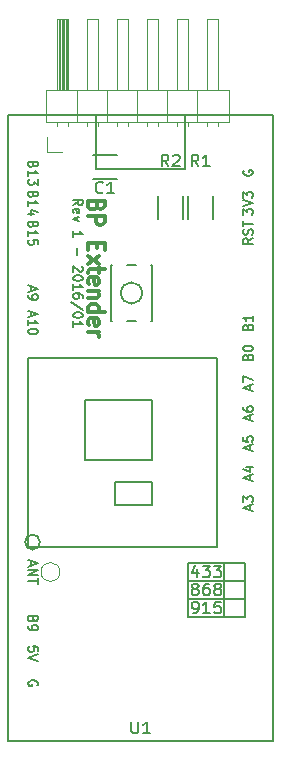
<source format=gto>
G04 #@! TF.FileFunction,Legend,Top*
%FSLAX46Y46*%
G04 Gerber Fmt 4.6, Leading zero omitted, Abs format (unit mm)*
G04 Created by KiCad (PCBNEW 4.0.4-stable) date Monday, 09. January 2017 'u29' 17:29:47*
%MOMM*%
%LPD*%
G01*
G04 APERTURE LIST*
%ADD10C,0.200000*%
%ADD11C,0.150000*%
%ADD12C,0.300000*%
%ADD13C,0.120000*%
G04 APERTURE END LIST*
D10*
D11*
X139757143Y-88449238D02*
X139719048Y-88563524D01*
X139680952Y-88601619D01*
X139604762Y-88639714D01*
X139490476Y-88639714D01*
X139414286Y-88601619D01*
X139376190Y-88563524D01*
X139338095Y-88487333D01*
X139338095Y-88182571D01*
X140138095Y-88182571D01*
X140138095Y-88449238D01*
X140100000Y-88525428D01*
X140061905Y-88563524D01*
X139985714Y-88601619D01*
X139909524Y-88601619D01*
X139833333Y-88563524D01*
X139795238Y-88525428D01*
X139757143Y-88449238D01*
X139757143Y-88182571D01*
X139338095Y-89401619D02*
X139338095Y-88944476D01*
X139338095Y-89173047D02*
X140138095Y-89173047D01*
X140023810Y-89096857D01*
X139947619Y-89020666D01*
X139909524Y-88944476D01*
X140138095Y-90125429D02*
X140138095Y-89744476D01*
X139757143Y-89706381D01*
X139795238Y-89744476D01*
X139833333Y-89820667D01*
X139833333Y-90011143D01*
X139795238Y-90087333D01*
X139757143Y-90125429D01*
X139680952Y-90163524D01*
X139490476Y-90163524D01*
X139414286Y-90125429D01*
X139376190Y-90087333D01*
X139338095Y-90011143D01*
X139338095Y-89820667D01*
X139376190Y-89744476D01*
X139414286Y-89706381D01*
X140100000Y-127463524D02*
X140138095Y-127387333D01*
X140138095Y-127273048D01*
X140100000Y-127158762D01*
X140023810Y-127082571D01*
X139947619Y-127044476D01*
X139795238Y-127006381D01*
X139680952Y-127006381D01*
X139528571Y-127044476D01*
X139452381Y-127082571D01*
X139376190Y-127158762D01*
X139338095Y-127273048D01*
X139338095Y-127349238D01*
X139376190Y-127463524D01*
X139414286Y-127501619D01*
X139680952Y-127501619D01*
X139680952Y-127349238D01*
X158121333Y-112585428D02*
X158121333Y-112204476D01*
X158349905Y-112661619D02*
X157549905Y-112394952D01*
X158349905Y-112128285D01*
X157549905Y-111937809D02*
X157549905Y-111442571D01*
X157854667Y-111709238D01*
X157854667Y-111594952D01*
X157892762Y-111518762D01*
X157930857Y-111480666D01*
X158007048Y-111442571D01*
X158197524Y-111442571D01*
X158273714Y-111480666D01*
X158311810Y-111518762D01*
X158349905Y-111594952D01*
X158349905Y-111823524D01*
X158311810Y-111899714D01*
X158273714Y-111937809D01*
X157930857Y-97097809D02*
X157968952Y-96983523D01*
X158007048Y-96945428D01*
X158083238Y-96907333D01*
X158197524Y-96907333D01*
X158273714Y-96945428D01*
X158311810Y-96983523D01*
X158349905Y-97059714D01*
X158349905Y-97364476D01*
X157549905Y-97364476D01*
X157549905Y-97097809D01*
X157588000Y-97021619D01*
X157626095Y-96983523D01*
X157702286Y-96945428D01*
X157778476Y-96945428D01*
X157854667Y-96983523D01*
X157892762Y-97021619D01*
X157930857Y-97097809D01*
X157930857Y-97364476D01*
X158349905Y-96145428D02*
X158349905Y-96602571D01*
X158349905Y-96374000D02*
X157549905Y-96374000D01*
X157664190Y-96450190D01*
X157740381Y-96526381D01*
X157778476Y-96602571D01*
X157930857Y-99637809D02*
X157968952Y-99523523D01*
X158007048Y-99485428D01*
X158083238Y-99447333D01*
X158197524Y-99447333D01*
X158273714Y-99485428D01*
X158311810Y-99523523D01*
X158349905Y-99599714D01*
X158349905Y-99904476D01*
X157549905Y-99904476D01*
X157549905Y-99637809D01*
X157588000Y-99561619D01*
X157626095Y-99523523D01*
X157702286Y-99485428D01*
X157778476Y-99485428D01*
X157854667Y-99523523D01*
X157892762Y-99561619D01*
X157930857Y-99637809D01*
X157930857Y-99904476D01*
X157549905Y-98952095D02*
X157549905Y-98875904D01*
X157588000Y-98799714D01*
X157626095Y-98761619D01*
X157702286Y-98723523D01*
X157854667Y-98685428D01*
X158045143Y-98685428D01*
X158197524Y-98723523D01*
X158273714Y-98761619D01*
X158311810Y-98799714D01*
X158349905Y-98875904D01*
X158349905Y-98952095D01*
X158311810Y-99028285D01*
X158273714Y-99066381D01*
X158197524Y-99104476D01*
X158045143Y-99142571D01*
X157854667Y-99142571D01*
X157702286Y-99104476D01*
X157626095Y-99066381D01*
X157588000Y-99028285D01*
X157549905Y-98952095D01*
X139566667Y-116941715D02*
X139566667Y-117322667D01*
X139338095Y-116865524D02*
X140138095Y-117132191D01*
X139338095Y-117398858D01*
X139338095Y-117665524D02*
X140138095Y-117665524D01*
X139338095Y-118122667D01*
X140138095Y-118122667D01*
X140138095Y-118389333D02*
X140138095Y-118846476D01*
X139338095Y-118617905D02*
X140138095Y-118617905D01*
X158121333Y-110045428D02*
X158121333Y-109664476D01*
X158349905Y-110121619D02*
X157549905Y-109854952D01*
X158349905Y-109588285D01*
X157816571Y-108978762D02*
X158349905Y-108978762D01*
X157511810Y-109169238D02*
X158083238Y-109359714D01*
X158083238Y-108864476D01*
X158121333Y-107505428D02*
X158121333Y-107124476D01*
X158349905Y-107581619D02*
X157549905Y-107314952D01*
X158349905Y-107048285D01*
X157549905Y-106400666D02*
X157549905Y-106781619D01*
X157930857Y-106819714D01*
X157892762Y-106781619D01*
X157854667Y-106705428D01*
X157854667Y-106514952D01*
X157892762Y-106438762D01*
X157930857Y-106400666D01*
X158007048Y-106362571D01*
X158197524Y-106362571D01*
X158273714Y-106400666D01*
X158311810Y-106438762D01*
X158349905Y-106514952D01*
X158349905Y-106705428D01*
X158311810Y-106781619D01*
X158273714Y-106819714D01*
X158121333Y-104965428D02*
X158121333Y-104584476D01*
X158349905Y-105041619D02*
X157549905Y-104774952D01*
X158349905Y-104508285D01*
X157549905Y-103898762D02*
X157549905Y-104051143D01*
X157588000Y-104127333D01*
X157626095Y-104165428D01*
X157740381Y-104241619D01*
X157892762Y-104279714D01*
X158197524Y-104279714D01*
X158273714Y-104241619D01*
X158311810Y-104203524D01*
X158349905Y-104127333D01*
X158349905Y-103974952D01*
X158311810Y-103898762D01*
X158273714Y-103860666D01*
X158197524Y-103822571D01*
X158007048Y-103822571D01*
X157930857Y-103860666D01*
X157892762Y-103898762D01*
X157854667Y-103974952D01*
X157854667Y-104127333D01*
X157892762Y-104203524D01*
X157930857Y-104241619D01*
X158007048Y-104279714D01*
X158121333Y-102425428D02*
X158121333Y-102044476D01*
X158349905Y-102501619D02*
X157549905Y-102234952D01*
X158349905Y-101968285D01*
X157549905Y-101777809D02*
X157549905Y-101244476D01*
X158349905Y-101587333D01*
X158349905Y-89592095D02*
X157968952Y-89858762D01*
X158349905Y-90049238D02*
X157549905Y-90049238D01*
X157549905Y-89744476D01*
X157588000Y-89668285D01*
X157626095Y-89630190D01*
X157702286Y-89592095D01*
X157816571Y-89592095D01*
X157892762Y-89630190D01*
X157930857Y-89668285D01*
X157968952Y-89744476D01*
X157968952Y-90049238D01*
X158311810Y-89287333D02*
X158349905Y-89173047D01*
X158349905Y-88982571D01*
X158311810Y-88906381D01*
X158273714Y-88868285D01*
X158197524Y-88830190D01*
X158121333Y-88830190D01*
X158045143Y-88868285D01*
X158007048Y-88906381D01*
X157968952Y-88982571D01*
X157930857Y-89134952D01*
X157892762Y-89211143D01*
X157854667Y-89249238D01*
X157778476Y-89287333D01*
X157702286Y-89287333D01*
X157626095Y-89249238D01*
X157588000Y-89211143D01*
X157549905Y-89134952D01*
X157549905Y-88944476D01*
X157588000Y-88830190D01*
X157549905Y-88601619D02*
X157549905Y-88144476D01*
X158349905Y-88373047D02*
X157549905Y-88373047D01*
X157549905Y-87604476D02*
X157549905Y-87109238D01*
X157854667Y-87375905D01*
X157854667Y-87261619D01*
X157892762Y-87185429D01*
X157930857Y-87147333D01*
X158007048Y-87109238D01*
X158197524Y-87109238D01*
X158273714Y-87147333D01*
X158311810Y-87185429D01*
X158349905Y-87261619D01*
X158349905Y-87490191D01*
X158311810Y-87566381D01*
X158273714Y-87604476D01*
X157549905Y-86880667D02*
X158349905Y-86614000D01*
X157549905Y-86347333D01*
X157549905Y-86156857D02*
X157549905Y-85661619D01*
X157854667Y-85928286D01*
X157854667Y-85814000D01*
X157892762Y-85737810D01*
X157930857Y-85699714D01*
X158007048Y-85661619D01*
X158197524Y-85661619D01*
X158273714Y-85699714D01*
X158311810Y-85737810D01*
X158349905Y-85814000D01*
X158349905Y-86042572D01*
X158311810Y-86118762D01*
X158273714Y-86156857D01*
X157588000Y-83864476D02*
X157549905Y-83940667D01*
X157549905Y-84054952D01*
X157588000Y-84169238D01*
X157664190Y-84245429D01*
X157740381Y-84283524D01*
X157892762Y-84321619D01*
X158007048Y-84321619D01*
X158159429Y-84283524D01*
X158235619Y-84245429D01*
X158311810Y-84169238D01*
X158349905Y-84054952D01*
X158349905Y-83978762D01*
X158311810Y-83864476D01*
X158273714Y-83826381D01*
X158007048Y-83826381D01*
X158007048Y-83978762D01*
X139757143Y-83369238D02*
X139719048Y-83483524D01*
X139680952Y-83521619D01*
X139604762Y-83559714D01*
X139490476Y-83559714D01*
X139414286Y-83521619D01*
X139376190Y-83483524D01*
X139338095Y-83407333D01*
X139338095Y-83102571D01*
X140138095Y-83102571D01*
X140138095Y-83369238D01*
X140100000Y-83445428D01*
X140061905Y-83483524D01*
X139985714Y-83521619D01*
X139909524Y-83521619D01*
X139833333Y-83483524D01*
X139795238Y-83445428D01*
X139757143Y-83369238D01*
X139757143Y-83102571D01*
X139338095Y-84321619D02*
X139338095Y-83864476D01*
X139338095Y-84093047D02*
X140138095Y-84093047D01*
X140023810Y-84016857D01*
X139947619Y-83940666D01*
X139909524Y-83864476D01*
X140138095Y-84588286D02*
X140138095Y-85083524D01*
X139833333Y-84816857D01*
X139833333Y-84931143D01*
X139795238Y-85007333D01*
X139757143Y-85045429D01*
X139680952Y-85083524D01*
X139490476Y-85083524D01*
X139414286Y-85045429D01*
X139376190Y-85007333D01*
X139338095Y-84931143D01*
X139338095Y-84702571D01*
X139376190Y-84626381D01*
X139414286Y-84588286D01*
X139757143Y-85909238D02*
X139719048Y-86023524D01*
X139680952Y-86061619D01*
X139604762Y-86099714D01*
X139490476Y-86099714D01*
X139414286Y-86061619D01*
X139376190Y-86023524D01*
X139338095Y-85947333D01*
X139338095Y-85642571D01*
X140138095Y-85642571D01*
X140138095Y-85909238D01*
X140100000Y-85985428D01*
X140061905Y-86023524D01*
X139985714Y-86061619D01*
X139909524Y-86061619D01*
X139833333Y-86023524D01*
X139795238Y-85985428D01*
X139757143Y-85909238D01*
X139757143Y-85642571D01*
X139338095Y-86861619D02*
X139338095Y-86404476D01*
X139338095Y-86633047D02*
X140138095Y-86633047D01*
X140023810Y-86556857D01*
X139947619Y-86480666D01*
X139909524Y-86404476D01*
X139871429Y-87547333D02*
X139338095Y-87547333D01*
X140176190Y-87356857D02*
X139604762Y-87166381D01*
X139604762Y-87661619D01*
X139566667Y-93662572D02*
X139566667Y-94043524D01*
X139338095Y-93586381D02*
X140138095Y-93853048D01*
X139338095Y-94119715D01*
X139338095Y-94424476D02*
X139338095Y-94576857D01*
X139376190Y-94653048D01*
X139414286Y-94691143D01*
X139528571Y-94767334D01*
X139680952Y-94805429D01*
X139985714Y-94805429D01*
X140061905Y-94767334D01*
X140100000Y-94729238D01*
X140138095Y-94653048D01*
X140138095Y-94500667D01*
X140100000Y-94424476D01*
X140061905Y-94386381D01*
X139985714Y-94348286D01*
X139795238Y-94348286D01*
X139719048Y-94386381D01*
X139680952Y-94424476D01*
X139642857Y-94500667D01*
X139642857Y-94653048D01*
X139680952Y-94729238D01*
X139719048Y-94767334D01*
X139795238Y-94805429D01*
X139566667Y-95821619D02*
X139566667Y-96202571D01*
X139338095Y-95745428D02*
X140138095Y-96012095D01*
X139338095Y-96278762D01*
X139338095Y-96964476D02*
X139338095Y-96507333D01*
X139338095Y-96735904D02*
X140138095Y-96735904D01*
X140023810Y-96659714D01*
X139947619Y-96583523D01*
X139909524Y-96507333D01*
X140138095Y-97459714D02*
X140138095Y-97535905D01*
X140100000Y-97612095D01*
X140061905Y-97650190D01*
X139985714Y-97688286D01*
X139833333Y-97726381D01*
X139642857Y-97726381D01*
X139490476Y-97688286D01*
X139414286Y-97650190D01*
X139376190Y-97612095D01*
X139338095Y-97535905D01*
X139338095Y-97459714D01*
X139376190Y-97383524D01*
X139414286Y-97345428D01*
X139490476Y-97307333D01*
X139642857Y-97269238D01*
X139833333Y-97269238D01*
X139985714Y-97307333D01*
X140061905Y-97345428D01*
X140100000Y-97383524D01*
X140138095Y-97459714D01*
X140138095Y-124561620D02*
X140138095Y-124180667D01*
X139757143Y-124142572D01*
X139795238Y-124180667D01*
X139833333Y-124256858D01*
X139833333Y-124447334D01*
X139795238Y-124523524D01*
X139757143Y-124561620D01*
X139680952Y-124599715D01*
X139490476Y-124599715D01*
X139414286Y-124561620D01*
X139376190Y-124523524D01*
X139338095Y-124447334D01*
X139338095Y-124256858D01*
X139376190Y-124180667D01*
X139414286Y-124142572D01*
X140138095Y-124828286D02*
X139338095Y-125094953D01*
X140138095Y-125361620D01*
X139757143Y-121850191D02*
X139719048Y-121964477D01*
X139680952Y-122002572D01*
X139604762Y-122040667D01*
X139490476Y-122040667D01*
X139414286Y-122002572D01*
X139376190Y-121964477D01*
X139338095Y-121888286D01*
X139338095Y-121583524D01*
X140138095Y-121583524D01*
X140138095Y-121850191D01*
X140100000Y-121926381D01*
X140061905Y-121964477D01*
X139985714Y-122002572D01*
X139909524Y-122002572D01*
X139833333Y-121964477D01*
X139795238Y-121926381D01*
X139757143Y-121850191D01*
X139757143Y-121583524D01*
X139338095Y-122421619D02*
X139338095Y-122574000D01*
X139376190Y-122650191D01*
X139414286Y-122688286D01*
X139528571Y-122764477D01*
X139680952Y-122802572D01*
X139985714Y-122802572D01*
X140061905Y-122764477D01*
X140100000Y-122726381D01*
X140138095Y-122650191D01*
X140138095Y-122497810D01*
X140100000Y-122421619D01*
X140061905Y-122383524D01*
X139985714Y-122345429D01*
X139795238Y-122345429D01*
X139719048Y-122383524D01*
X139680952Y-122421619D01*
X139642857Y-122497810D01*
X139642857Y-122650191D01*
X139680952Y-122726381D01*
X139719048Y-122764477D01*
X139795238Y-122802572D01*
X143148095Y-86804419D02*
X143529048Y-86537752D01*
X143148095Y-86347276D02*
X143948095Y-86347276D01*
X143948095Y-86652038D01*
X143910000Y-86728229D01*
X143871905Y-86766324D01*
X143795714Y-86804419D01*
X143681429Y-86804419D01*
X143605238Y-86766324D01*
X143567143Y-86728229D01*
X143529048Y-86652038D01*
X143529048Y-86347276D01*
X143186190Y-87452038D02*
X143148095Y-87375848D01*
X143148095Y-87223467D01*
X143186190Y-87147276D01*
X143262381Y-87109181D01*
X143567143Y-87109181D01*
X143643333Y-87147276D01*
X143681429Y-87223467D01*
X143681429Y-87375848D01*
X143643333Y-87452038D01*
X143567143Y-87490133D01*
X143490952Y-87490133D01*
X143414762Y-87109181D01*
X143681429Y-87756800D02*
X143148095Y-87947276D01*
X143681429Y-88137752D01*
X143148095Y-89471086D02*
X143148095Y-89013943D01*
X143148095Y-89242514D02*
X143948095Y-89242514D01*
X143833810Y-89166324D01*
X143757619Y-89090133D01*
X143719524Y-89013943D01*
X143452857Y-90423467D02*
X143452857Y-91032991D01*
X143871905Y-91985372D02*
X143910000Y-92023467D01*
X143948095Y-92099658D01*
X143948095Y-92290134D01*
X143910000Y-92366324D01*
X143871905Y-92404420D01*
X143795714Y-92442515D01*
X143719524Y-92442515D01*
X143605238Y-92404420D01*
X143148095Y-91947277D01*
X143148095Y-92442515D01*
X143948095Y-92937753D02*
X143948095Y-93013944D01*
X143910000Y-93090134D01*
X143871905Y-93128229D01*
X143795714Y-93166325D01*
X143643333Y-93204420D01*
X143452857Y-93204420D01*
X143300476Y-93166325D01*
X143224286Y-93128229D01*
X143186190Y-93090134D01*
X143148095Y-93013944D01*
X143148095Y-92937753D01*
X143186190Y-92861563D01*
X143224286Y-92823467D01*
X143300476Y-92785372D01*
X143452857Y-92747277D01*
X143643333Y-92747277D01*
X143795714Y-92785372D01*
X143871905Y-92823467D01*
X143910000Y-92861563D01*
X143948095Y-92937753D01*
X143148095Y-93966325D02*
X143148095Y-93509182D01*
X143148095Y-93737753D02*
X143948095Y-93737753D01*
X143833810Y-93661563D01*
X143757619Y-93585372D01*
X143719524Y-93509182D01*
X143948095Y-94652039D02*
X143948095Y-94499658D01*
X143910000Y-94423468D01*
X143871905Y-94385373D01*
X143757619Y-94309182D01*
X143605238Y-94271087D01*
X143300476Y-94271087D01*
X143224286Y-94309182D01*
X143186190Y-94347277D01*
X143148095Y-94423468D01*
X143148095Y-94575849D01*
X143186190Y-94652039D01*
X143224286Y-94690135D01*
X143300476Y-94728230D01*
X143490952Y-94728230D01*
X143567143Y-94690135D01*
X143605238Y-94652039D01*
X143643333Y-94575849D01*
X143643333Y-94423468D01*
X143605238Y-94347277D01*
X143567143Y-94309182D01*
X143490952Y-94271087D01*
X143986190Y-95642516D02*
X142957619Y-94956801D01*
X143948095Y-96061563D02*
X143948095Y-96137754D01*
X143910000Y-96213944D01*
X143871905Y-96252039D01*
X143795714Y-96290135D01*
X143643333Y-96328230D01*
X143452857Y-96328230D01*
X143300476Y-96290135D01*
X143224286Y-96252039D01*
X143186190Y-96213944D01*
X143148095Y-96137754D01*
X143148095Y-96061563D01*
X143186190Y-95985373D01*
X143224286Y-95947277D01*
X143300476Y-95909182D01*
X143452857Y-95871087D01*
X143643333Y-95871087D01*
X143795714Y-95909182D01*
X143871905Y-95947277D01*
X143910000Y-95985373D01*
X143948095Y-96061563D01*
X143148095Y-97090135D02*
X143148095Y-96632992D01*
X143148095Y-96861563D02*
X143948095Y-96861563D01*
X143833810Y-96785373D01*
X143757619Y-96709182D01*
X143719524Y-96632992D01*
D12*
X145134000Y-86848857D02*
X145067333Y-87034571D01*
X145000667Y-87096476D01*
X144867333Y-87158381D01*
X144667333Y-87158381D01*
X144534000Y-87096476D01*
X144467333Y-87034571D01*
X144400667Y-86910762D01*
X144400667Y-86415524D01*
X145800667Y-86415524D01*
X145800667Y-86848857D01*
X145734000Y-86972667D01*
X145667333Y-87034571D01*
X145534000Y-87096476D01*
X145400667Y-87096476D01*
X145267333Y-87034571D01*
X145200667Y-86972667D01*
X145134000Y-86848857D01*
X145134000Y-86415524D01*
X144400667Y-87715524D02*
X145800667Y-87715524D01*
X145800667Y-88210762D01*
X145734000Y-88334571D01*
X145667333Y-88396476D01*
X145534000Y-88458381D01*
X145334000Y-88458381D01*
X145200667Y-88396476D01*
X145134000Y-88334571D01*
X145067333Y-88210762D01*
X145067333Y-87715524D01*
X145134000Y-90006000D02*
X145134000Y-90439333D01*
X144400667Y-90625047D02*
X144400667Y-90006000D01*
X145800667Y-90006000D01*
X145800667Y-90625047D01*
X144400667Y-91058380D02*
X145334000Y-91739333D01*
X145334000Y-91058380D02*
X144400667Y-91739333D01*
X145334000Y-92048857D02*
X145334000Y-92544095D01*
X145800667Y-92234571D02*
X144600667Y-92234571D01*
X144467333Y-92296476D01*
X144400667Y-92420285D01*
X144400667Y-92544095D01*
X144467333Y-93472666D02*
X144400667Y-93348856D01*
X144400667Y-93101237D01*
X144467333Y-92977428D01*
X144600667Y-92915523D01*
X145134000Y-92915523D01*
X145267333Y-92977428D01*
X145334000Y-93101237D01*
X145334000Y-93348856D01*
X145267333Y-93472666D01*
X145134000Y-93534571D01*
X145000667Y-93534571D01*
X144867333Y-92915523D01*
X145334000Y-94091714D02*
X144400667Y-94091714D01*
X145200667Y-94091714D02*
X145267333Y-94153619D01*
X145334000Y-94277428D01*
X145334000Y-94463142D01*
X145267333Y-94586952D01*
X145134000Y-94648857D01*
X144400667Y-94648857D01*
X144400667Y-95825047D02*
X145800667Y-95825047D01*
X144467333Y-95825047D02*
X144400667Y-95701237D01*
X144400667Y-95453618D01*
X144467333Y-95329809D01*
X144534000Y-95267904D01*
X144667333Y-95205999D01*
X145067333Y-95205999D01*
X145200667Y-95267904D01*
X145267333Y-95329809D01*
X145334000Y-95453618D01*
X145334000Y-95701237D01*
X145267333Y-95825047D01*
X144467333Y-96939332D02*
X144400667Y-96815522D01*
X144400667Y-96567903D01*
X144467333Y-96444094D01*
X144600667Y-96382189D01*
X145134000Y-96382189D01*
X145267333Y-96444094D01*
X145334000Y-96567903D01*
X145334000Y-96815522D01*
X145267333Y-96939332D01*
X145134000Y-97001237D01*
X145000667Y-97001237D01*
X144867333Y-96382189D01*
X144400667Y-97558380D02*
X145334000Y-97558380D01*
X145067333Y-97558380D02*
X145200667Y-97620285D01*
X145267333Y-97682189D01*
X145334000Y-97805999D01*
X145334000Y-97929808D01*
D13*
X140850000Y-79746000D02*
X143510000Y-79746000D01*
X143510000Y-79746000D02*
X143510000Y-77006000D01*
X143510000Y-77006000D02*
X140850000Y-77006000D01*
X140850000Y-77006000D02*
X140850000Y-79746000D01*
X141800000Y-77006000D02*
X142680000Y-77006000D01*
X142680000Y-77006000D02*
X142680000Y-71006000D01*
X142680000Y-71006000D02*
X141800000Y-71006000D01*
X141800000Y-71006000D02*
X141800000Y-77006000D01*
X141800000Y-80056000D02*
X141800000Y-79746000D01*
X142680000Y-80056000D02*
X142680000Y-79746000D01*
X141920000Y-77006000D02*
X141920000Y-71006000D01*
X142040000Y-77006000D02*
X142040000Y-71006000D01*
X142160000Y-77006000D02*
X142160000Y-71006000D01*
X142280000Y-77006000D02*
X142280000Y-71006000D01*
X142400000Y-77006000D02*
X142400000Y-71006000D01*
X142520000Y-77006000D02*
X142520000Y-71006000D01*
X142640000Y-77006000D02*
X142640000Y-71006000D01*
X143510000Y-79746000D02*
X146050000Y-79746000D01*
X146050000Y-79746000D02*
X146050000Y-77006000D01*
X146050000Y-77006000D02*
X143510000Y-77006000D01*
X143510000Y-77006000D02*
X143510000Y-79746000D01*
X144340000Y-77006000D02*
X145220000Y-77006000D01*
X145220000Y-77006000D02*
X145220000Y-71006000D01*
X145220000Y-71006000D02*
X144340000Y-71006000D01*
X144340000Y-71006000D02*
X144340000Y-77006000D01*
X144340000Y-80056000D02*
X144340000Y-79746000D01*
X145220000Y-80056000D02*
X145220000Y-79746000D01*
X146050000Y-79746000D02*
X148590000Y-79746000D01*
X148590000Y-79746000D02*
X148590000Y-77006000D01*
X148590000Y-77006000D02*
X146050000Y-77006000D01*
X146050000Y-77006000D02*
X146050000Y-79746000D01*
X146880000Y-77006000D02*
X147760000Y-77006000D01*
X147760000Y-77006000D02*
X147760000Y-71006000D01*
X147760000Y-71006000D02*
X146880000Y-71006000D01*
X146880000Y-71006000D02*
X146880000Y-77006000D01*
X146880000Y-80056000D02*
X146880000Y-79746000D01*
X147760000Y-80056000D02*
X147760000Y-79746000D01*
X148590000Y-79746000D02*
X151130000Y-79746000D01*
X151130000Y-79746000D02*
X151130000Y-77006000D01*
X151130000Y-77006000D02*
X148590000Y-77006000D01*
X148590000Y-77006000D02*
X148590000Y-79746000D01*
X149420000Y-77006000D02*
X150300000Y-77006000D01*
X150300000Y-77006000D02*
X150300000Y-71006000D01*
X150300000Y-71006000D02*
X149420000Y-71006000D01*
X149420000Y-71006000D02*
X149420000Y-77006000D01*
X149420000Y-80056000D02*
X149420000Y-79746000D01*
X150300000Y-80056000D02*
X150300000Y-79746000D01*
X151130000Y-79746000D02*
X153670000Y-79746000D01*
X153670000Y-79746000D02*
X153670000Y-77006000D01*
X153670000Y-77006000D02*
X151130000Y-77006000D01*
X151130000Y-77006000D02*
X151130000Y-79746000D01*
X151960000Y-77006000D02*
X152840000Y-77006000D01*
X152840000Y-77006000D02*
X152840000Y-71006000D01*
X152840000Y-71006000D02*
X151960000Y-71006000D01*
X151960000Y-71006000D02*
X151960000Y-77006000D01*
X151960000Y-80056000D02*
X151960000Y-79746000D01*
X152840000Y-80056000D02*
X152840000Y-79746000D01*
X153670000Y-79746000D02*
X156330000Y-79746000D01*
X156330000Y-79746000D02*
X156330000Y-77006000D01*
X156330000Y-77006000D02*
X153670000Y-77006000D01*
X153670000Y-77006000D02*
X153670000Y-79746000D01*
X154500000Y-77006000D02*
X155380000Y-77006000D01*
X155380000Y-77006000D02*
X155380000Y-71006000D01*
X155380000Y-71006000D02*
X154500000Y-71006000D01*
X154500000Y-71006000D02*
X154500000Y-77006000D01*
X154500000Y-80056000D02*
X154500000Y-79746000D01*
X155380000Y-80056000D02*
X155380000Y-79746000D01*
X142240000Y-82296000D02*
X140970000Y-82296000D01*
X140970000Y-82296000D02*
X140970000Y-81026000D01*
D11*
X149832000Y-96584000D02*
X149732000Y-96584000D01*
X146332000Y-96584000D02*
X146432000Y-96584000D01*
X146432000Y-91884000D02*
X146332000Y-91884000D01*
X149832000Y-91884000D02*
X149732000Y-91884000D01*
X148432000Y-91884000D02*
X147732000Y-91884000D01*
X148432000Y-96584000D02*
X147732000Y-96584000D01*
X149832000Y-96584000D02*
X149832000Y-91884000D01*
X146332000Y-91884000D02*
X146332000Y-96584000D01*
X148982000Y-94234000D02*
G75*
G03X148982000Y-94234000I-900000J0D01*
G01*
D13*
X142027219Y-117856000D02*
G75*
G03X142027219Y-117856000I-803219J0D01*
G01*
D11*
X155956000Y-120142000D02*
X152908000Y-120142000D01*
X155956000Y-118618000D02*
X152908000Y-118618000D01*
X155956000Y-121666000D02*
X155956000Y-117094000D01*
X157734000Y-121666000D02*
X157734000Y-117094000D01*
X152908000Y-117094000D02*
X152908000Y-121666000D01*
X155956000Y-118618000D02*
X157734000Y-118618000D01*
X155956000Y-120142000D02*
X157734000Y-120142000D01*
X157734000Y-117094000D02*
X152908000Y-117094000D01*
X152908000Y-121666000D02*
X157734000Y-121666000D01*
X149860000Y-112141000D02*
X149860000Y-110236000D01*
X146685000Y-112141000D02*
X149860000Y-112141000D01*
X146685000Y-110236000D02*
X146685000Y-112141000D01*
X149860000Y-110236000D02*
X146685000Y-110236000D01*
X149860000Y-108331000D02*
X149860000Y-103251000D01*
X144145000Y-108331000D02*
X149860000Y-108331000D01*
X144145000Y-103251000D02*
X144145000Y-108331000D01*
X149860000Y-103251000D02*
X144145000Y-103251000D01*
X140335000Y-115316000D02*
G75*
G03X140335000Y-115316000I-635000J0D01*
G01*
X155320000Y-115696000D02*
X155320000Y-99696000D01*
X139320000Y-115696000D02*
X155320000Y-115696000D01*
X139320000Y-99696000D02*
X139320000Y-115696000D01*
X155320000Y-99696000D02*
X139320000Y-99696000D01*
X152849000Y-87980000D02*
X152849000Y-85980000D01*
X154999000Y-85980000D02*
X154999000Y-87980000D01*
X152459000Y-85980000D02*
X152459000Y-87980000D01*
X150309000Y-87980000D02*
X150309000Y-85980000D01*
X144828000Y-84591000D02*
X146828000Y-84591000D01*
X146828000Y-82541000D02*
X144828000Y-82541000D01*
X145044000Y-79264000D02*
X145044000Y-83764000D01*
X145044000Y-83764000D02*
X152644000Y-83764000D01*
X152644000Y-83764000D02*
X152644000Y-79264000D01*
X137594000Y-79164000D02*
X160094000Y-79164000D01*
X160094000Y-79164000D02*
X160094000Y-132164000D01*
X160094000Y-132164000D02*
X137594000Y-132164000D01*
X137594000Y-132164000D02*
X137594000Y-79164000D01*
X153289143Y-121356381D02*
X153479619Y-121356381D01*
X153574858Y-121308762D01*
X153622477Y-121261143D01*
X153717715Y-121118286D01*
X153765334Y-120927810D01*
X153765334Y-120546857D01*
X153717715Y-120451619D01*
X153670096Y-120404000D01*
X153574858Y-120356381D01*
X153384381Y-120356381D01*
X153289143Y-120404000D01*
X153241524Y-120451619D01*
X153193905Y-120546857D01*
X153193905Y-120784952D01*
X153241524Y-120880190D01*
X153289143Y-120927810D01*
X153384381Y-120975429D01*
X153574858Y-120975429D01*
X153670096Y-120927810D01*
X153717715Y-120880190D01*
X153765334Y-120784952D01*
X154717715Y-121356381D02*
X154146286Y-121356381D01*
X154432000Y-121356381D02*
X154432000Y-120356381D01*
X154336762Y-120499238D01*
X154241524Y-120594476D01*
X154146286Y-120642095D01*
X155622477Y-120356381D02*
X155146286Y-120356381D01*
X155098667Y-120832571D01*
X155146286Y-120784952D01*
X155241524Y-120737333D01*
X155479620Y-120737333D01*
X155574858Y-120784952D01*
X155622477Y-120832571D01*
X155670096Y-120927810D01*
X155670096Y-121165905D01*
X155622477Y-121261143D01*
X155574858Y-121308762D01*
X155479620Y-121356381D01*
X155241524Y-121356381D01*
X155146286Y-121308762D01*
X155098667Y-121261143D01*
X153384381Y-119260952D02*
X153289143Y-119213333D01*
X153241524Y-119165714D01*
X153193905Y-119070476D01*
X153193905Y-119022857D01*
X153241524Y-118927619D01*
X153289143Y-118880000D01*
X153384381Y-118832381D01*
X153574858Y-118832381D01*
X153670096Y-118880000D01*
X153717715Y-118927619D01*
X153765334Y-119022857D01*
X153765334Y-119070476D01*
X153717715Y-119165714D01*
X153670096Y-119213333D01*
X153574858Y-119260952D01*
X153384381Y-119260952D01*
X153289143Y-119308571D01*
X153241524Y-119356190D01*
X153193905Y-119451429D01*
X153193905Y-119641905D01*
X153241524Y-119737143D01*
X153289143Y-119784762D01*
X153384381Y-119832381D01*
X153574858Y-119832381D01*
X153670096Y-119784762D01*
X153717715Y-119737143D01*
X153765334Y-119641905D01*
X153765334Y-119451429D01*
X153717715Y-119356190D01*
X153670096Y-119308571D01*
X153574858Y-119260952D01*
X154622477Y-118832381D02*
X154432000Y-118832381D01*
X154336762Y-118880000D01*
X154289143Y-118927619D01*
X154193905Y-119070476D01*
X154146286Y-119260952D01*
X154146286Y-119641905D01*
X154193905Y-119737143D01*
X154241524Y-119784762D01*
X154336762Y-119832381D01*
X154527239Y-119832381D01*
X154622477Y-119784762D01*
X154670096Y-119737143D01*
X154717715Y-119641905D01*
X154717715Y-119403810D01*
X154670096Y-119308571D01*
X154622477Y-119260952D01*
X154527239Y-119213333D01*
X154336762Y-119213333D01*
X154241524Y-119260952D01*
X154193905Y-119308571D01*
X154146286Y-119403810D01*
X155289143Y-119260952D02*
X155193905Y-119213333D01*
X155146286Y-119165714D01*
X155098667Y-119070476D01*
X155098667Y-119022857D01*
X155146286Y-118927619D01*
X155193905Y-118880000D01*
X155289143Y-118832381D01*
X155479620Y-118832381D01*
X155574858Y-118880000D01*
X155622477Y-118927619D01*
X155670096Y-119022857D01*
X155670096Y-119070476D01*
X155622477Y-119165714D01*
X155574858Y-119213333D01*
X155479620Y-119260952D01*
X155289143Y-119260952D01*
X155193905Y-119308571D01*
X155146286Y-119356190D01*
X155098667Y-119451429D01*
X155098667Y-119641905D01*
X155146286Y-119737143D01*
X155193905Y-119784762D01*
X155289143Y-119832381D01*
X155479620Y-119832381D01*
X155574858Y-119784762D01*
X155622477Y-119737143D01*
X155670096Y-119641905D01*
X155670096Y-119451429D01*
X155622477Y-119356190D01*
X155574858Y-119308571D01*
X155479620Y-119260952D01*
X153670096Y-117641714D02*
X153670096Y-118308381D01*
X153432000Y-117260762D02*
X153193905Y-117975048D01*
X153812953Y-117975048D01*
X154098667Y-117308381D02*
X154717715Y-117308381D01*
X154384381Y-117689333D01*
X154527239Y-117689333D01*
X154622477Y-117736952D01*
X154670096Y-117784571D01*
X154717715Y-117879810D01*
X154717715Y-118117905D01*
X154670096Y-118213143D01*
X154622477Y-118260762D01*
X154527239Y-118308381D01*
X154241524Y-118308381D01*
X154146286Y-118260762D01*
X154098667Y-118213143D01*
X155051048Y-117308381D02*
X155670096Y-117308381D01*
X155336762Y-117689333D01*
X155479620Y-117689333D01*
X155574858Y-117736952D01*
X155622477Y-117784571D01*
X155670096Y-117879810D01*
X155670096Y-118117905D01*
X155622477Y-118213143D01*
X155574858Y-118260762D01*
X155479620Y-118308381D01*
X155193905Y-118308381D01*
X155098667Y-118260762D01*
X155051048Y-118213143D01*
X153757334Y-83510381D02*
X153424000Y-83034190D01*
X153185905Y-83510381D02*
X153185905Y-82510381D01*
X153566858Y-82510381D01*
X153662096Y-82558000D01*
X153709715Y-82605619D01*
X153757334Y-82700857D01*
X153757334Y-82843714D01*
X153709715Y-82938952D01*
X153662096Y-82986571D01*
X153566858Y-83034190D01*
X153185905Y-83034190D01*
X154709715Y-83510381D02*
X154138286Y-83510381D01*
X154424000Y-83510381D02*
X154424000Y-82510381D01*
X154328762Y-82653238D01*
X154233524Y-82748476D01*
X154138286Y-82796095D01*
X151217334Y-83510381D02*
X150884000Y-83034190D01*
X150645905Y-83510381D02*
X150645905Y-82510381D01*
X151026858Y-82510381D01*
X151122096Y-82558000D01*
X151169715Y-82605619D01*
X151217334Y-82700857D01*
X151217334Y-82843714D01*
X151169715Y-82938952D01*
X151122096Y-82986571D01*
X151026858Y-83034190D01*
X150645905Y-83034190D01*
X151598286Y-82605619D02*
X151645905Y-82558000D01*
X151741143Y-82510381D01*
X151979239Y-82510381D01*
X152074477Y-82558000D01*
X152122096Y-82605619D01*
X152169715Y-82700857D01*
X152169715Y-82796095D01*
X152122096Y-82938952D01*
X151550667Y-83510381D01*
X152169715Y-83510381D01*
X145661334Y-85701143D02*
X145613715Y-85748762D01*
X145470858Y-85796381D01*
X145375620Y-85796381D01*
X145232762Y-85748762D01*
X145137524Y-85653524D01*
X145089905Y-85558286D01*
X145042286Y-85367810D01*
X145042286Y-85224952D01*
X145089905Y-85034476D01*
X145137524Y-84939238D01*
X145232762Y-84844000D01*
X145375620Y-84796381D01*
X145470858Y-84796381D01*
X145613715Y-84844000D01*
X145661334Y-84891619D01*
X146613715Y-85796381D02*
X146042286Y-85796381D01*
X146328000Y-85796381D02*
X146328000Y-84796381D01*
X146232762Y-84939238D01*
X146137524Y-85034476D01*
X146042286Y-85082095D01*
X148082095Y-130516381D02*
X148082095Y-131325905D01*
X148129714Y-131421143D01*
X148177333Y-131468762D01*
X148272571Y-131516381D01*
X148463048Y-131516381D01*
X148558286Y-131468762D01*
X148605905Y-131421143D01*
X148653524Y-131325905D01*
X148653524Y-130516381D01*
X149653524Y-131516381D02*
X149082095Y-131516381D01*
X149367809Y-131516381D02*
X149367809Y-130516381D01*
X149272571Y-130659238D01*
X149177333Y-130754476D01*
X149082095Y-130802095D01*
M02*

</source>
